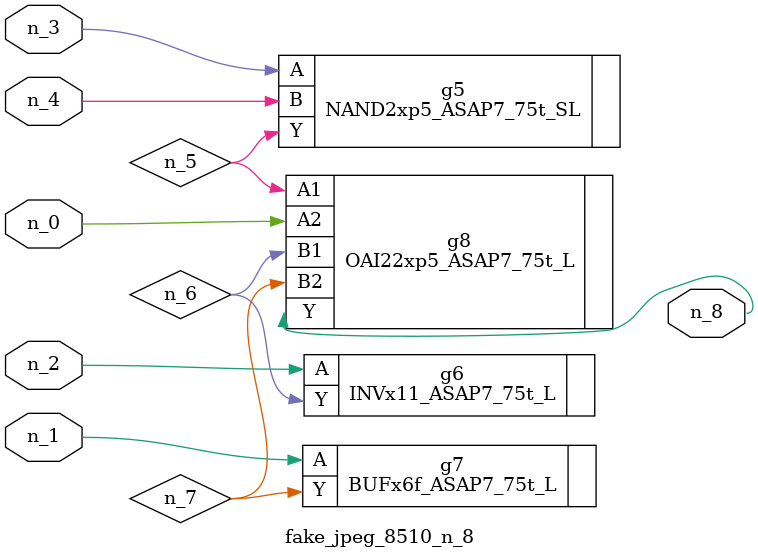
<source format=v>
module fake_jpeg_8510_n_8 (n_3, n_2, n_1, n_0, n_4, n_8);

input n_3;
input n_2;
input n_1;
input n_0;
input n_4;

output n_8;

wire n_6;
wire n_5;
wire n_7;

NAND2xp5_ASAP7_75t_SL g5 ( 
.A(n_3),
.B(n_4),
.Y(n_5)
);

INVx11_ASAP7_75t_L g6 ( 
.A(n_2),
.Y(n_6)
);

BUFx6f_ASAP7_75t_L g7 ( 
.A(n_1),
.Y(n_7)
);

OAI22xp5_ASAP7_75t_L g8 ( 
.A1(n_5),
.A2(n_0),
.B1(n_6),
.B2(n_7),
.Y(n_8)
);


endmodule
</source>
